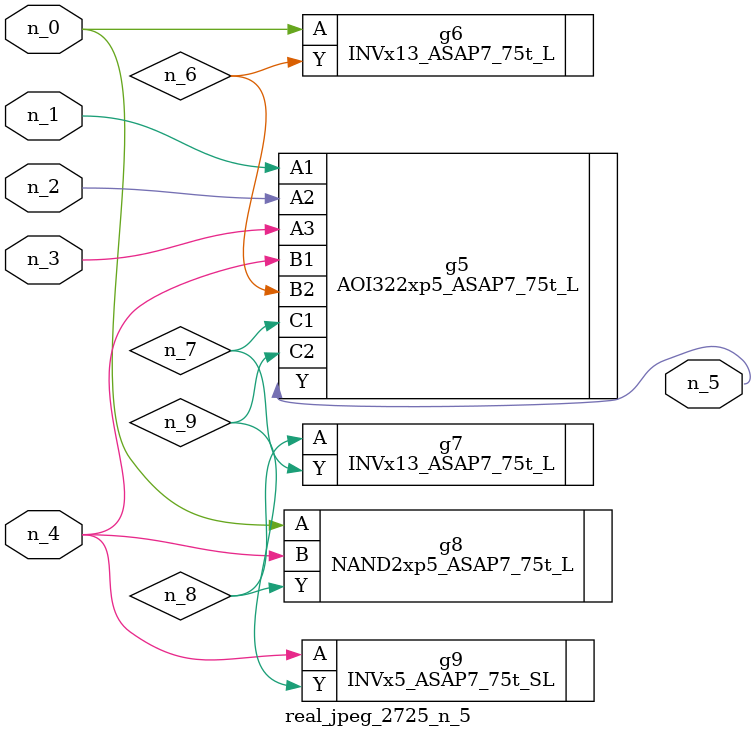
<source format=v>
module real_jpeg_2725_n_5 (n_4, n_0, n_1, n_2, n_3, n_5);

input n_4;
input n_0;
input n_1;
input n_2;
input n_3;

output n_5;

wire n_8;
wire n_6;
wire n_7;
wire n_9;

INVx13_ASAP7_75t_L g6 ( 
.A(n_0),
.Y(n_6)
);

NAND2xp5_ASAP7_75t_L g8 ( 
.A(n_0),
.B(n_4),
.Y(n_8)
);

AOI322xp5_ASAP7_75t_L g5 ( 
.A1(n_1),
.A2(n_2),
.A3(n_3),
.B1(n_4),
.B2(n_6),
.C1(n_7),
.C2(n_9),
.Y(n_5)
);

INVx5_ASAP7_75t_SL g9 ( 
.A(n_4),
.Y(n_9)
);

INVx13_ASAP7_75t_L g7 ( 
.A(n_8),
.Y(n_7)
);


endmodule
</source>
